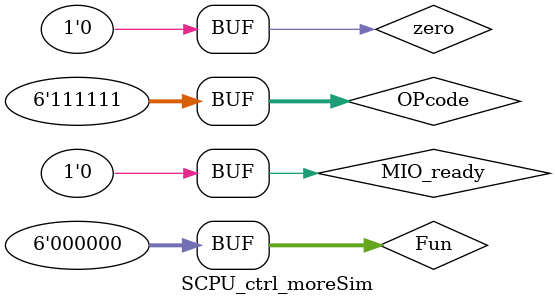
<source format=v>
`timescale 1ns / 1ps


module SCPU_ctrl_moreSim;

	// Inputs
	reg [5:0] OPcode;
	reg [5:0] Fun;
	reg MIO_ready;
	reg zero;

	// Outputs
	wire RegDst;
	wire ALUSrc_B;
	wire [1:0] DatatoReg;
	wire Jal;
	wire [1:0] Branch;
	wire RegWrite;
	wire [2:0] ALU_Control;
	wire mem_w;
	wire CPU_MIO;

	// Instantiate the Unit Under Test (UUT)
	SCPU_ctrl_more uut (
		.OPcode(OPcode), 
		.Fun(Fun), 
		.MIO_ready(MIO_ready), 
		.zero(zero), 
		.RegDst(RegDst), 
		.ALUSrc_B(ALUSrc_B), 
		.DatatoReg(DatatoReg), 
		.Jal(Jal), 
		.Branch(Branch), 
		.RegWrite(RegWrite), 
		.ALU_Control(ALU_Control), 
		.mem_w(mem_w), 
		.CPU_MIO(CPU_MIO)
	);

	initial begin
		// Initialize Inputs
		OPcode = 0;
		Fun = 0;
		MIO_ready = 0;
		zero = 0;

		// Wait 100 ns for global reset to finish
		#100;
        
		// Add stimulus here
		OPcode = 6'b000000; //ALU??,?? ALUop=2'b10; RegDst=1; RegWrite=1
		Fun = 6'b100000;	//add,??ALU_Control=3'b010
		#100;
		Fun = 6'b100010;	//sub,??ALU_Control=3'b110
		#100;
		Fun = 6'b100100;	//and,??ALU_Control=3'b000
		#100;
		Fun = 6'b100101;	//or,??ALU_Control=3'b001
		#100;
		Fun = 6'b101010;	//slt,??ALU_Control=3'b111
		#100;
		Fun = 6'b100111;	//nor,??ALU_Control=3'b100
		#100;
		Fun = 6'b000010;	//srl,??ALU_Control=3'b101
		#100;
		Fun = 6'b010110;	//xor,??ALU_Control=3'b011
		#100;
		Fun = 6'b111111;	//??
		#100;
		OPcode = 6'b100011;//load??,?? ALUop=2'b00, RegDst=0,
		#100;		  // ALUSrc_B=1, MemtoReg=1, RegWrite=1
		OPcode = 6'b101011;
		#100; //store??,??ALUop=2'b00, mem_w=1, ALUSrc_B=1
		OPcode = 6'b000100;//beq??,?? ALUop=2'b01, Branch=1
		#100;
		OPcode = 6'b000010;//jump??,?? Jump=1
		#100;

		OPcode = 6'h3f;		//??
		Fun = 6'b000000;		//??
	end
      
endmodule


</source>
